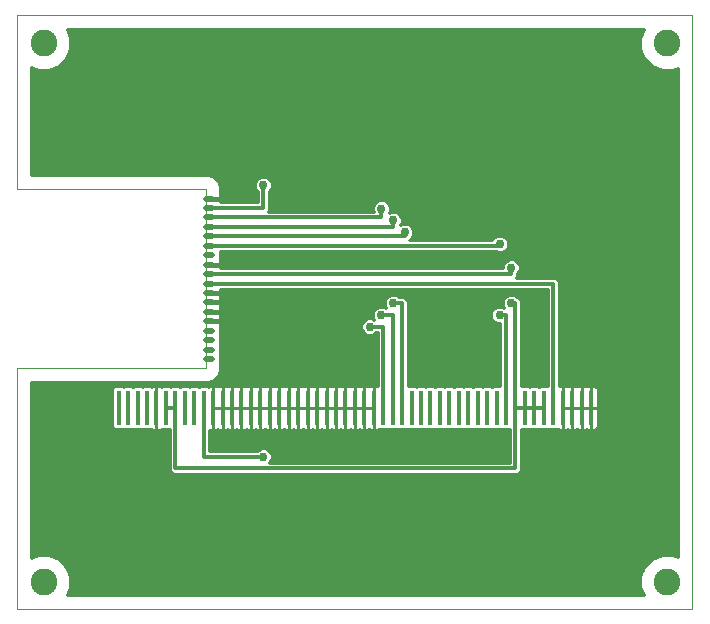
<source format=gtl>
G75*
%MOIN*%
%OFA0B0*%
%FSLAX25Y25*%
%IPPOS*%
%LPD*%
%AMOC8*
5,1,8,0,0,1.08239X$1,22.5*
%
%ADD10C,0.00300*%
%ADD11C,0.08908*%
%ADD12C,0.01981*%
%ADD13R,0.01575X0.11811*%
%ADD14C,0.01000*%
%ADD15C,0.02978*%
%ADD16C,0.01600*%
%ADD17C,0.01200*%
D10*
X0002189Y0001992D02*
X0002189Y0082209D01*
X0065083Y0082209D01*
X0065083Y0141854D01*
X0002189Y0141854D01*
X0002189Y0199925D01*
X0227189Y0199925D01*
X0227189Y0001992D01*
X0002189Y0001992D01*
D11*
X0010949Y0010949D03*
X0010949Y0190476D03*
X0218823Y0190476D03*
X0218823Y0010949D03*
D12*
X0067064Y0085161D02*
X0065083Y0085161D01*
X0065083Y0088311D02*
X0067064Y0088311D01*
X0067064Y0091461D02*
X0065083Y0091461D01*
X0065083Y0094610D02*
X0067064Y0094610D01*
X0067064Y0097760D02*
X0065083Y0097760D01*
X0065083Y0100909D02*
X0067064Y0100909D01*
X0067064Y0104059D02*
X0065083Y0104059D01*
X0065083Y0107209D02*
X0067064Y0107209D01*
X0067064Y0110358D02*
X0065083Y0110358D01*
X0065083Y0113508D02*
X0067064Y0113508D01*
X0067064Y0116657D02*
X0065083Y0116657D01*
X0065083Y0119807D02*
X0067064Y0119807D01*
X0067064Y0122957D02*
X0065083Y0122957D01*
X0065083Y0126106D02*
X0067064Y0126106D01*
X0067064Y0129256D02*
X0065083Y0129256D01*
X0065083Y0132406D02*
X0067064Y0132406D01*
X0067064Y0135555D02*
X0065083Y0135555D01*
X0065083Y0138705D02*
X0067064Y0138705D01*
D13*
X0067445Y0068941D03*
X0070594Y0068941D03*
X0073744Y0068941D03*
X0076894Y0068941D03*
X0080043Y0068941D03*
X0083193Y0068941D03*
X0086343Y0068941D03*
X0089492Y0068941D03*
X0092642Y0068941D03*
X0095791Y0068941D03*
X0098941Y0068941D03*
X0102091Y0068941D03*
X0105240Y0068941D03*
X0108390Y0068941D03*
X0111539Y0068941D03*
X0114689Y0068941D03*
X0117839Y0068941D03*
X0120988Y0068941D03*
X0124138Y0068941D03*
X0127287Y0068941D03*
X0130437Y0068941D03*
X0133587Y0068941D03*
X0136736Y0068941D03*
X0139886Y0068941D03*
X0143035Y0068941D03*
X0146185Y0068941D03*
X0149335Y0068941D03*
X0152484Y0068941D03*
X0155634Y0068941D03*
X0158783Y0068941D03*
X0161933Y0068941D03*
X0165083Y0068941D03*
X0168232Y0068941D03*
X0171382Y0068941D03*
X0174531Y0068941D03*
X0177681Y0068941D03*
X0180831Y0068941D03*
X0183980Y0068941D03*
X0187130Y0068941D03*
X0190280Y0068941D03*
X0193429Y0068941D03*
X0064295Y0068941D03*
X0061146Y0068941D03*
X0057996Y0068941D03*
X0054846Y0068941D03*
X0051697Y0068941D03*
X0048547Y0068941D03*
X0045398Y0068941D03*
X0042248Y0068941D03*
X0039098Y0068941D03*
X0035949Y0068941D03*
D14*
X0033861Y0069399D02*
X0006839Y0069399D01*
X0006839Y0070397D02*
X0033861Y0070397D01*
X0033861Y0071396D02*
X0006839Y0071396D01*
X0006839Y0072394D02*
X0033861Y0072394D01*
X0033861Y0073393D02*
X0006839Y0073393D01*
X0006839Y0074391D02*
X0033861Y0074391D01*
X0033861Y0075385D02*
X0033861Y0062497D01*
X0034623Y0061735D01*
X0037275Y0061735D01*
X0037524Y0061984D01*
X0037773Y0061735D01*
X0040424Y0061735D01*
X0040673Y0061984D01*
X0040922Y0061735D01*
X0043574Y0061735D01*
X0043823Y0061984D01*
X0044072Y0061735D01*
X0046724Y0061735D01*
X0046831Y0061843D01*
X0046839Y0061835D01*
X0047181Y0061638D01*
X0047562Y0061535D01*
X0048547Y0061535D01*
X0048547Y0068941D01*
X0048547Y0076346D01*
X0047562Y0076346D01*
X0047181Y0076244D01*
X0046839Y0076047D01*
X0046831Y0076039D01*
X0046724Y0076146D01*
X0044072Y0076146D01*
X0043823Y0075898D01*
X0043574Y0076146D01*
X0040922Y0076146D01*
X0040673Y0075898D01*
X0040424Y0076146D01*
X0037773Y0076146D01*
X0037524Y0075898D01*
X0037275Y0076146D01*
X0034623Y0076146D01*
X0033861Y0075385D01*
X0033866Y0075390D02*
X0006839Y0075390D01*
X0006839Y0076388D02*
X0122238Y0076388D01*
X0122238Y0076276D02*
X0121973Y0076346D01*
X0120988Y0076346D01*
X0120003Y0076346D01*
X0119622Y0076244D01*
X0119413Y0076124D01*
X0119205Y0076244D01*
X0118823Y0076346D01*
X0117839Y0076346D01*
X0117839Y0068941D01*
X0120988Y0068941D01*
X0120988Y0068941D01*
X0118701Y0068941D01*
X0117839Y0068941D01*
X0117839Y0068941D01*
X0117839Y0068941D01*
X0117839Y0061535D01*
X0118823Y0061535D01*
X0119205Y0061638D01*
X0119413Y0061758D01*
X0119622Y0061638D01*
X0120003Y0061535D01*
X0120988Y0061535D01*
X0120988Y0068941D01*
X0120988Y0076346D01*
X0120988Y0068941D01*
X0120988Y0068941D01*
X0120988Y0068941D01*
X0120988Y0061535D01*
X0121973Y0061535D01*
X0122355Y0061638D01*
X0122697Y0061835D01*
X0122704Y0061843D01*
X0122812Y0061735D01*
X0125464Y0061735D01*
X0125713Y0061984D01*
X0125962Y0061735D01*
X0128613Y0061735D01*
X0128862Y0061984D01*
X0129111Y0061735D01*
X0131763Y0061735D01*
X0132012Y0061984D01*
X0132261Y0061735D01*
X0134912Y0061735D01*
X0135161Y0061984D01*
X0135410Y0061735D01*
X0138062Y0061735D01*
X0138311Y0061984D01*
X0138560Y0061735D01*
X0141212Y0061735D01*
X0141461Y0061984D01*
X0141710Y0061735D01*
X0144361Y0061735D01*
X0144610Y0061984D01*
X0144859Y0061735D01*
X0147511Y0061735D01*
X0147760Y0061984D01*
X0148009Y0061735D01*
X0150661Y0061735D01*
X0150909Y0061984D01*
X0151158Y0061735D01*
X0153810Y0061735D01*
X0154059Y0061984D01*
X0154308Y0061735D01*
X0156960Y0061735D01*
X0157209Y0061984D01*
X0157458Y0061735D01*
X0160109Y0061735D01*
X0160358Y0061984D01*
X0160607Y0061735D01*
X0163259Y0061735D01*
X0163508Y0061984D01*
X0163757Y0061735D01*
X0166332Y0061735D01*
X0166332Y0050644D01*
X0086084Y0050644D01*
X0086542Y0051101D01*
X0086966Y0052126D01*
X0086966Y0053236D01*
X0086542Y0054261D01*
X0085757Y0055045D01*
X0084732Y0055470D01*
X0083622Y0055470D01*
X0082597Y0055045D01*
X0082133Y0054581D01*
X0066195Y0054581D01*
X0066195Y0061606D01*
X0066460Y0061535D01*
X0067445Y0061535D01*
X0068430Y0061535D01*
X0068811Y0061638D01*
X0069020Y0061758D01*
X0069228Y0061638D01*
X0069610Y0061535D01*
X0070594Y0061535D01*
X0070594Y0068941D01*
X0070594Y0068941D01*
X0067445Y0068941D01*
X0067445Y0068941D01*
X0067445Y0068941D01*
X0067445Y0076346D01*
X0068430Y0076346D01*
X0068811Y0076244D01*
X0069020Y0076124D01*
X0069228Y0076244D01*
X0069610Y0076346D01*
X0070594Y0076346D01*
X0070594Y0068941D01*
X0069732Y0068941D01*
X0067445Y0068941D01*
X0067445Y0061535D01*
X0067445Y0068941D01*
X0067445Y0068941D01*
X0067445Y0076346D01*
X0066460Y0076346D01*
X0066078Y0076244D01*
X0065736Y0076047D01*
X0065729Y0076039D01*
X0065621Y0076146D01*
X0062969Y0076146D01*
X0062720Y0075898D01*
X0062472Y0076146D01*
X0059820Y0076146D01*
X0059571Y0075898D01*
X0059322Y0076146D01*
X0056670Y0076146D01*
X0056421Y0075898D01*
X0056172Y0076146D01*
X0053521Y0076146D01*
X0053272Y0075898D01*
X0053023Y0076146D01*
X0050371Y0076146D01*
X0050263Y0076039D01*
X0050256Y0076047D01*
X0049914Y0076244D01*
X0049532Y0076346D01*
X0048547Y0076346D01*
X0048547Y0068941D01*
X0048547Y0068941D01*
X0048547Y0068941D01*
X0048547Y0061535D01*
X0049532Y0061535D01*
X0049914Y0061638D01*
X0050256Y0061835D01*
X0050263Y0061843D01*
X0050371Y0061735D01*
X0052946Y0061735D01*
X0052946Y0047957D01*
X0054059Y0046844D01*
X0169019Y0046844D01*
X0170132Y0047957D01*
X0170132Y0061735D01*
X0172708Y0061735D01*
X0172957Y0061984D01*
X0173206Y0061735D01*
X0175857Y0061735D01*
X0176106Y0061984D01*
X0176355Y0061735D01*
X0179007Y0061735D01*
X0179256Y0061984D01*
X0179505Y0061735D01*
X0182157Y0061735D01*
X0182264Y0061843D01*
X0182272Y0061835D01*
X0182614Y0061638D01*
X0182995Y0061535D01*
X0183980Y0061535D01*
X0183980Y0068941D01*
X0183980Y0076346D01*
X0182995Y0076346D01*
X0182731Y0076276D01*
X0182731Y0111145D01*
X0181618Y0112258D01*
X0168292Y0112258D01*
X0168754Y0112721D01*
X0168754Y0113629D01*
X0169219Y0114093D01*
X0169643Y0115118D01*
X0169643Y0116228D01*
X0169219Y0117253D01*
X0168434Y0118038D01*
X0167409Y0118462D01*
X0166300Y0118462D01*
X0165274Y0118038D01*
X0164490Y0117253D01*
X0164065Y0116228D01*
X0164065Y0115408D01*
X0069733Y0115408D01*
X0069733Y0121057D01*
X0161642Y0121057D01*
X0162363Y0120758D01*
X0163472Y0120758D01*
X0164497Y0121183D01*
X0165282Y0121967D01*
X0165706Y0122992D01*
X0165706Y0124102D01*
X0165282Y0125127D01*
X0164497Y0125912D01*
X0163472Y0126336D01*
X0162363Y0126336D01*
X0161337Y0125912D01*
X0160553Y0125127D01*
X0160441Y0124857D01*
X0132859Y0124857D01*
X0133321Y0125319D01*
X0133321Y0125440D01*
X0133786Y0125904D01*
X0134210Y0126929D01*
X0134210Y0128039D01*
X0133786Y0129064D01*
X0133001Y0129849D01*
X0131976Y0130273D01*
X0130866Y0130273D01*
X0129854Y0129854D01*
X0130273Y0130866D01*
X0130273Y0131976D01*
X0129849Y0133001D01*
X0129064Y0133786D01*
X0128039Y0134210D01*
X0126929Y0134210D01*
X0125917Y0133791D01*
X0126336Y0134803D01*
X0126336Y0135913D01*
X0125912Y0136938D01*
X0125127Y0137723D01*
X0124102Y0138147D01*
X0122992Y0138147D01*
X0121967Y0137723D01*
X0121183Y0136938D01*
X0120758Y0135913D01*
X0120758Y0134803D01*
X0120965Y0134305D01*
X0085615Y0134305D01*
X0086077Y0134768D01*
X0086077Y0141188D01*
X0086542Y0141652D01*
X0086966Y0142678D01*
X0086966Y0143787D01*
X0086542Y0144812D01*
X0085757Y0145597D01*
X0084732Y0146021D01*
X0083622Y0146021D01*
X0082597Y0145597D01*
X0081813Y0144812D01*
X0081388Y0143787D01*
X0081388Y0142678D01*
X0081813Y0141652D01*
X0082277Y0141188D01*
X0082277Y0137455D01*
X0069733Y0137455D01*
X0069733Y0142779D01*
X0069025Y0144488D01*
X0067717Y0145796D01*
X0066008Y0146504D01*
X0006839Y0146504D01*
X0006839Y0182487D01*
X0009168Y0181522D01*
X0012730Y0181522D01*
X0016021Y0182885D01*
X0018540Y0185404D01*
X0019903Y0188695D01*
X0019903Y0192257D01*
X0018653Y0195275D01*
X0211119Y0195275D01*
X0209869Y0192257D01*
X0209869Y0188695D01*
X0211232Y0185404D01*
X0213751Y0182885D01*
X0217042Y0181522D01*
X0220604Y0181522D01*
X0222539Y0182324D01*
X0222539Y0019101D01*
X0220604Y0019903D01*
X0217042Y0019903D01*
X0213751Y0018540D01*
X0211232Y0016021D01*
X0209869Y0012730D01*
X0209869Y0009168D01*
X0210915Y0006642D01*
X0018857Y0006642D01*
X0019903Y0009168D01*
X0019903Y0012730D01*
X0018540Y0016021D01*
X0016021Y0018540D01*
X0012730Y0019903D01*
X0009168Y0019903D01*
X0006839Y0018938D01*
X0006839Y0077559D01*
X0066008Y0077559D01*
X0067717Y0078267D01*
X0069025Y0079575D01*
X0069733Y0081284D01*
X0069733Y0108458D01*
X0178931Y0108458D01*
X0178931Y0076146D01*
X0176355Y0076146D01*
X0176106Y0075898D01*
X0175857Y0076146D01*
X0173206Y0076146D01*
X0172957Y0075898D01*
X0172708Y0076146D01*
X0170132Y0076146D01*
X0170132Y0104649D01*
X0169019Y0105762D01*
X0168899Y0105762D01*
X0168434Y0106227D01*
X0167409Y0106651D01*
X0166300Y0106651D01*
X0165274Y0106227D01*
X0164490Y0105442D01*
X0164065Y0104417D01*
X0164065Y0103307D01*
X0164485Y0102295D01*
X0163472Y0102714D01*
X0162363Y0102714D01*
X0161337Y0102290D01*
X0160553Y0101505D01*
X0160128Y0100480D01*
X0160128Y0099370D01*
X0160553Y0098345D01*
X0161337Y0097561D01*
X0162363Y0097136D01*
X0163183Y0097136D01*
X0163183Y0076146D01*
X0160607Y0076146D01*
X0160358Y0075898D01*
X0160109Y0076146D01*
X0157458Y0076146D01*
X0157209Y0075898D01*
X0156960Y0076146D01*
X0154308Y0076146D01*
X0154059Y0075898D01*
X0153810Y0076146D01*
X0151158Y0076146D01*
X0150909Y0075898D01*
X0150661Y0076146D01*
X0148009Y0076146D01*
X0147760Y0075898D01*
X0147511Y0076146D01*
X0144859Y0076146D01*
X0144610Y0075898D01*
X0144361Y0076146D01*
X0141710Y0076146D01*
X0141461Y0075898D01*
X0141212Y0076146D01*
X0138560Y0076146D01*
X0138311Y0075898D01*
X0138062Y0076146D01*
X0135410Y0076146D01*
X0135161Y0075898D01*
X0134912Y0076146D01*
X0132337Y0076146D01*
X0132337Y0104649D01*
X0131224Y0105762D01*
X0129528Y0105762D01*
X0129064Y0106227D01*
X0128039Y0106651D01*
X0126929Y0106651D01*
X0125904Y0106227D01*
X0125120Y0105442D01*
X0124695Y0104417D01*
X0124695Y0103307D01*
X0125115Y0102295D01*
X0124102Y0102714D01*
X0122992Y0102714D01*
X0121967Y0102290D01*
X0121183Y0101505D01*
X0120758Y0100480D01*
X0120758Y0099370D01*
X0121178Y0098358D01*
X0120165Y0098777D01*
X0119055Y0098777D01*
X0118030Y0098353D01*
X0117246Y0097568D01*
X0116821Y0096543D01*
X0116821Y0095433D01*
X0117246Y0094408D01*
X0118030Y0093624D01*
X0119055Y0093199D01*
X0120165Y0093199D01*
X0121190Y0093624D01*
X0121654Y0094088D01*
X0122238Y0094088D01*
X0122238Y0076276D01*
X0122238Y0077387D02*
X0006839Y0077387D01*
X0006839Y0068400D02*
X0033861Y0068400D01*
X0033861Y0067402D02*
X0006839Y0067402D01*
X0006839Y0066403D02*
X0033861Y0066403D01*
X0033861Y0065405D02*
X0006839Y0065405D01*
X0006839Y0064406D02*
X0033861Y0064406D01*
X0033861Y0063408D02*
X0006839Y0063408D01*
X0006839Y0062409D02*
X0033949Y0062409D01*
X0048547Y0062409D02*
X0048547Y0062409D01*
X0048547Y0063408D02*
X0048547Y0063408D01*
X0048547Y0064406D02*
X0048547Y0064406D01*
X0048547Y0065405D02*
X0048547Y0065405D01*
X0048547Y0066403D02*
X0048547Y0066403D01*
X0048547Y0067402D02*
X0048547Y0067402D01*
X0048547Y0068400D02*
X0048547Y0068400D01*
X0048547Y0069399D02*
X0048547Y0069399D01*
X0048547Y0070397D02*
X0048547Y0070397D01*
X0048547Y0071396D02*
X0048547Y0071396D01*
X0048547Y0072394D02*
X0048547Y0072394D01*
X0048547Y0073393D02*
X0048547Y0073393D01*
X0048547Y0074391D02*
X0048547Y0074391D01*
X0048547Y0075390D02*
X0048547Y0075390D01*
X0052946Y0061411D02*
X0006839Y0061411D01*
X0006839Y0060412D02*
X0052946Y0060412D01*
X0052946Y0059414D02*
X0006839Y0059414D01*
X0006839Y0058415D02*
X0052946Y0058415D01*
X0052946Y0057417D02*
X0006839Y0057417D01*
X0006839Y0056418D02*
X0052946Y0056418D01*
X0052946Y0055420D02*
X0006839Y0055420D01*
X0006839Y0054421D02*
X0052946Y0054421D01*
X0052946Y0053423D02*
X0006839Y0053423D01*
X0006839Y0052424D02*
X0052946Y0052424D01*
X0052946Y0051426D02*
X0006839Y0051426D01*
X0006839Y0050427D02*
X0052946Y0050427D01*
X0052946Y0049429D02*
X0006839Y0049429D01*
X0006839Y0048430D02*
X0052946Y0048430D01*
X0053472Y0047432D02*
X0006839Y0047432D01*
X0006839Y0046433D02*
X0222539Y0046433D01*
X0222539Y0045434D02*
X0006839Y0045434D01*
X0006839Y0044436D02*
X0222539Y0044436D01*
X0222539Y0043437D02*
X0006839Y0043437D01*
X0006839Y0042439D02*
X0222539Y0042439D01*
X0222539Y0041440D02*
X0006839Y0041440D01*
X0006839Y0040442D02*
X0222539Y0040442D01*
X0222539Y0039443D02*
X0006839Y0039443D01*
X0006839Y0038445D02*
X0222539Y0038445D01*
X0222539Y0037446D02*
X0006839Y0037446D01*
X0006839Y0036448D02*
X0222539Y0036448D01*
X0222539Y0035449D02*
X0006839Y0035449D01*
X0006839Y0034451D02*
X0222539Y0034451D01*
X0222539Y0033452D02*
X0006839Y0033452D01*
X0006839Y0032454D02*
X0222539Y0032454D01*
X0222539Y0031455D02*
X0006839Y0031455D01*
X0006839Y0030457D02*
X0222539Y0030457D01*
X0222539Y0029458D02*
X0006839Y0029458D01*
X0006839Y0028460D02*
X0222539Y0028460D01*
X0222539Y0027461D02*
X0006839Y0027461D01*
X0006839Y0026463D02*
X0222539Y0026463D01*
X0222539Y0025464D02*
X0006839Y0025464D01*
X0006839Y0024466D02*
X0222539Y0024466D01*
X0222539Y0023467D02*
X0006839Y0023467D01*
X0006839Y0022469D02*
X0222539Y0022469D01*
X0222539Y0021470D02*
X0006839Y0021470D01*
X0006839Y0020472D02*
X0222539Y0020472D01*
X0222539Y0019473D02*
X0221642Y0019473D01*
X0216004Y0019473D02*
X0013768Y0019473D01*
X0016086Y0018475D02*
X0213686Y0018475D01*
X0212687Y0017476D02*
X0017085Y0017476D01*
X0018083Y0016478D02*
X0211689Y0016478D01*
X0211007Y0015479D02*
X0018764Y0015479D01*
X0019178Y0014481D02*
X0210594Y0014481D01*
X0210180Y0013482D02*
X0019591Y0013482D01*
X0019903Y0012484D02*
X0209869Y0012484D01*
X0209869Y0011485D02*
X0019903Y0011485D01*
X0019903Y0010487D02*
X0209869Y0010487D01*
X0209869Y0009488D02*
X0019903Y0009488D01*
X0019622Y0008490D02*
X0210150Y0008490D01*
X0210563Y0007491D02*
X0019209Y0007491D01*
X0008130Y0019473D02*
X0006839Y0019473D01*
X0066195Y0055420D02*
X0083501Y0055420D01*
X0084854Y0055420D02*
X0166332Y0055420D01*
X0166332Y0056418D02*
X0066195Y0056418D01*
X0066195Y0057417D02*
X0166332Y0057417D01*
X0166332Y0058415D02*
X0066195Y0058415D01*
X0066195Y0059414D02*
X0166332Y0059414D01*
X0166332Y0060412D02*
X0066195Y0060412D01*
X0066195Y0061411D02*
X0166332Y0061411D01*
X0170132Y0061411D02*
X0222539Y0061411D01*
X0222539Y0062409D02*
X0195587Y0062409D01*
X0195614Y0062456D02*
X0195717Y0062838D01*
X0195717Y0068941D01*
X0195717Y0075044D01*
X0195614Y0075425D01*
X0195417Y0075767D01*
X0195138Y0076047D01*
X0194796Y0076244D01*
X0194414Y0076346D01*
X0193429Y0076346D01*
X0192444Y0076346D01*
X0192063Y0076244D01*
X0191854Y0076124D01*
X0191646Y0076244D01*
X0191264Y0076346D01*
X0190280Y0076346D01*
X0190280Y0068941D01*
X0193429Y0068941D01*
X0193429Y0068941D01*
X0193429Y0076346D01*
X0193429Y0068941D01*
X0193429Y0068941D01*
X0191142Y0068941D01*
X0190280Y0068941D01*
X0190280Y0068941D01*
X0190279Y0068941D01*
X0190279Y0068941D01*
X0187130Y0068941D01*
X0187130Y0068941D01*
X0187130Y0068941D01*
X0187130Y0076346D01*
X0188115Y0076346D01*
X0188496Y0076244D01*
X0188705Y0076124D01*
X0188913Y0076244D01*
X0189295Y0076346D01*
X0190279Y0076346D01*
X0190279Y0068941D01*
X0187992Y0068941D01*
X0187130Y0068941D01*
X0187130Y0076346D01*
X0186145Y0076346D01*
X0185764Y0076244D01*
X0185555Y0076124D01*
X0185347Y0076244D01*
X0184965Y0076346D01*
X0183980Y0076346D01*
X0183980Y0068941D01*
X0183980Y0068941D01*
X0183980Y0068941D01*
X0183980Y0061535D01*
X0184965Y0061535D01*
X0185347Y0061638D01*
X0185555Y0061758D01*
X0185764Y0061638D01*
X0186145Y0061535D01*
X0187130Y0061535D01*
X0188115Y0061535D01*
X0188496Y0061638D01*
X0188705Y0061758D01*
X0188913Y0061638D01*
X0189295Y0061535D01*
X0190279Y0061535D01*
X0190279Y0068941D01*
X0190280Y0068941D01*
X0190280Y0061535D01*
X0191264Y0061535D01*
X0191646Y0061638D01*
X0191854Y0061758D01*
X0192063Y0061638D01*
X0192444Y0061535D01*
X0193429Y0061535D01*
X0193429Y0068941D01*
X0193429Y0068941D01*
X0195717Y0068941D01*
X0193429Y0068941D01*
X0193429Y0068941D01*
X0193429Y0061535D01*
X0194414Y0061535D01*
X0194796Y0061638D01*
X0195138Y0061835D01*
X0195417Y0062114D01*
X0195614Y0062456D01*
X0195717Y0063408D02*
X0222539Y0063408D01*
X0222539Y0064406D02*
X0195717Y0064406D01*
X0195717Y0065405D02*
X0222539Y0065405D01*
X0222539Y0066403D02*
X0195717Y0066403D01*
X0195717Y0067402D02*
X0222539Y0067402D01*
X0222539Y0068400D02*
X0195717Y0068400D01*
X0195717Y0069399D02*
X0222539Y0069399D01*
X0222539Y0070397D02*
X0195717Y0070397D01*
X0195717Y0071396D02*
X0222539Y0071396D01*
X0222539Y0072394D02*
X0195717Y0072394D01*
X0195717Y0073393D02*
X0222539Y0073393D01*
X0222539Y0074391D02*
X0195717Y0074391D01*
X0195624Y0075390D02*
X0222539Y0075390D01*
X0222539Y0076388D02*
X0182731Y0076388D01*
X0182731Y0077387D02*
X0222539Y0077387D01*
X0222539Y0078385D02*
X0182731Y0078385D01*
X0182731Y0079384D02*
X0222539Y0079384D01*
X0222539Y0080382D02*
X0182731Y0080382D01*
X0182731Y0081381D02*
X0222539Y0081381D01*
X0222539Y0082379D02*
X0182731Y0082379D01*
X0182731Y0083378D02*
X0222539Y0083378D01*
X0222539Y0084376D02*
X0182731Y0084376D01*
X0182731Y0085375D02*
X0222539Y0085375D01*
X0222539Y0086373D02*
X0182731Y0086373D01*
X0182731Y0087372D02*
X0222539Y0087372D01*
X0222539Y0088370D02*
X0182731Y0088370D01*
X0182731Y0089369D02*
X0222539Y0089369D01*
X0222539Y0090368D02*
X0182731Y0090368D01*
X0182731Y0091366D02*
X0222539Y0091366D01*
X0222539Y0092365D02*
X0182731Y0092365D01*
X0182731Y0093363D02*
X0222539Y0093363D01*
X0222539Y0094362D02*
X0182731Y0094362D01*
X0182731Y0095360D02*
X0222539Y0095360D01*
X0222539Y0096359D02*
X0182731Y0096359D01*
X0182731Y0097357D02*
X0222539Y0097357D01*
X0222539Y0098356D02*
X0182731Y0098356D01*
X0182731Y0099354D02*
X0222539Y0099354D01*
X0222539Y0100353D02*
X0182731Y0100353D01*
X0182731Y0101351D02*
X0222539Y0101351D01*
X0222539Y0102350D02*
X0182731Y0102350D01*
X0182731Y0103348D02*
X0222539Y0103348D01*
X0222539Y0104347D02*
X0182731Y0104347D01*
X0182731Y0105345D02*
X0222539Y0105345D01*
X0222539Y0106344D02*
X0182731Y0106344D01*
X0182731Y0107342D02*
X0222539Y0107342D01*
X0222539Y0108341D02*
X0182731Y0108341D01*
X0182731Y0109339D02*
X0222539Y0109339D01*
X0222539Y0110338D02*
X0182731Y0110338D01*
X0182540Y0111336D02*
X0222539Y0111336D01*
X0222539Y0112335D02*
X0168368Y0112335D01*
X0168754Y0113333D02*
X0222539Y0113333D01*
X0222539Y0114332D02*
X0169317Y0114332D01*
X0169643Y0115330D02*
X0222539Y0115330D01*
X0222539Y0116329D02*
X0169602Y0116329D01*
X0169144Y0117327D02*
X0222539Y0117327D01*
X0222539Y0118326D02*
X0167738Y0118326D01*
X0165970Y0118326D02*
X0069733Y0118326D01*
X0069733Y0119324D02*
X0222539Y0119324D01*
X0222539Y0120323D02*
X0069733Y0120323D01*
X0069733Y0117327D02*
X0164564Y0117327D01*
X0164107Y0116329D02*
X0069733Y0116329D01*
X0069733Y0108341D02*
X0178931Y0108341D01*
X0178931Y0107342D02*
X0069733Y0107342D01*
X0069733Y0106344D02*
X0126187Y0106344D01*
X0125080Y0105345D02*
X0069733Y0105345D01*
X0069733Y0104347D02*
X0124695Y0104347D01*
X0124695Y0103348D02*
X0069733Y0103348D01*
X0069733Y0102350D02*
X0122112Y0102350D01*
X0121119Y0101351D02*
X0069733Y0101351D01*
X0069733Y0100353D02*
X0120758Y0100353D01*
X0120765Y0099354D02*
X0069733Y0099354D01*
X0069733Y0098356D02*
X0118038Y0098356D01*
X0117158Y0097357D02*
X0069733Y0097357D01*
X0069733Y0096359D02*
X0116821Y0096359D01*
X0116852Y0095360D02*
X0069733Y0095360D01*
X0069733Y0094362D02*
X0117293Y0094362D01*
X0118660Y0093363D02*
X0069733Y0093363D01*
X0069733Y0092365D02*
X0122238Y0092365D01*
X0122238Y0093363D02*
X0120561Y0093363D01*
X0122238Y0091366D02*
X0069733Y0091366D01*
X0069733Y0090368D02*
X0122238Y0090368D01*
X0122238Y0089369D02*
X0069733Y0089369D01*
X0069733Y0088370D02*
X0122238Y0088370D01*
X0122238Y0087372D02*
X0069733Y0087372D01*
X0069733Y0086373D02*
X0122238Y0086373D01*
X0122238Y0085375D02*
X0069733Y0085375D01*
X0069733Y0084376D02*
X0122238Y0084376D01*
X0122238Y0083378D02*
X0069733Y0083378D01*
X0069733Y0082379D02*
X0122238Y0082379D01*
X0122238Y0081381D02*
X0069733Y0081381D01*
X0069359Y0080382D02*
X0122238Y0080382D01*
X0122238Y0079384D02*
X0068834Y0079384D01*
X0067835Y0078385D02*
X0122238Y0078385D01*
X0120988Y0075390D02*
X0120988Y0075390D01*
X0120988Y0074391D02*
X0120988Y0074391D01*
X0120988Y0073393D02*
X0120988Y0073393D01*
X0120988Y0072394D02*
X0120988Y0072394D01*
X0120988Y0071396D02*
X0120988Y0071396D01*
X0120988Y0070397D02*
X0120988Y0070397D01*
X0120988Y0069399D02*
X0120988Y0069399D01*
X0120988Y0068400D02*
X0120988Y0068400D01*
X0120988Y0067402D02*
X0120988Y0067402D01*
X0120988Y0066403D02*
X0120988Y0066403D01*
X0120988Y0065405D02*
X0120988Y0065405D01*
X0120988Y0064406D02*
X0120988Y0064406D01*
X0120988Y0063408D02*
X0120988Y0063408D01*
X0120988Y0062409D02*
X0120988Y0062409D01*
X0117839Y0062409D02*
X0117839Y0062409D01*
X0117839Y0061535D02*
X0117839Y0068941D01*
X0117839Y0068941D01*
X0117839Y0076346D01*
X0116854Y0076346D01*
X0116472Y0076244D01*
X0116264Y0076124D01*
X0116055Y0076244D01*
X0115674Y0076346D01*
X0114689Y0076346D01*
X0114689Y0068941D01*
X0114689Y0068941D01*
X0117838Y0068941D01*
X0117838Y0068941D01*
X0115551Y0068941D01*
X0114689Y0068941D01*
X0114689Y0068941D01*
X0114689Y0076346D01*
X0113704Y0076346D01*
X0113323Y0076244D01*
X0113114Y0076124D01*
X0112906Y0076244D01*
X0112524Y0076346D01*
X0111539Y0076346D01*
X0110554Y0076346D01*
X0110173Y0076244D01*
X0109965Y0076124D01*
X0109756Y0076244D01*
X0109375Y0076346D01*
X0108390Y0076346D01*
X0108390Y0068941D01*
X0111539Y0068941D01*
X0111539Y0068941D01*
X0109252Y0068941D01*
X0108390Y0068941D01*
X0108390Y0068941D01*
X0108390Y0068941D01*
X0108390Y0061535D01*
X0109375Y0061535D01*
X0109756Y0061638D01*
X0109965Y0061758D01*
X0110173Y0061638D01*
X0110554Y0061535D01*
X0111539Y0061535D01*
X0111539Y0068941D01*
X0111539Y0076346D01*
X0111539Y0068941D01*
X0111539Y0068941D01*
X0111539Y0068941D01*
X0111539Y0061535D01*
X0112524Y0061535D01*
X0112906Y0061638D01*
X0113114Y0061758D01*
X0113323Y0061638D01*
X0113704Y0061535D01*
X0114689Y0061535D01*
X0115674Y0061535D01*
X0116055Y0061638D01*
X0116264Y0061758D01*
X0116472Y0061638D01*
X0116854Y0061535D01*
X0117839Y0061535D01*
X0117839Y0063408D02*
X0117839Y0063408D01*
X0117839Y0064406D02*
X0117839Y0064406D01*
X0117839Y0065405D02*
X0117839Y0065405D01*
X0117839Y0066403D02*
X0117839Y0066403D01*
X0117839Y0067402D02*
X0117839Y0067402D01*
X0117839Y0068400D02*
X0117839Y0068400D01*
X0117839Y0069399D02*
X0117839Y0069399D01*
X0117839Y0070397D02*
X0117839Y0070397D01*
X0117839Y0071396D02*
X0117839Y0071396D01*
X0117839Y0072394D02*
X0117839Y0072394D01*
X0117839Y0073393D02*
X0117839Y0073393D01*
X0117839Y0074391D02*
X0117839Y0074391D01*
X0117839Y0075390D02*
X0117839Y0075390D01*
X0114689Y0075390D02*
X0114689Y0075390D01*
X0114689Y0074391D02*
X0114689Y0074391D01*
X0114689Y0073393D02*
X0114689Y0073393D01*
X0114689Y0072394D02*
X0114689Y0072394D01*
X0114689Y0071396D02*
X0114689Y0071396D01*
X0114689Y0070397D02*
X0114689Y0070397D01*
X0114689Y0069399D02*
X0114689Y0069399D01*
X0114689Y0068941D02*
X0111539Y0068941D01*
X0111539Y0068941D01*
X0113827Y0068941D01*
X0114689Y0068941D01*
X0114689Y0068941D01*
X0114689Y0061535D01*
X0114689Y0068941D01*
X0114689Y0068941D01*
X0114689Y0068400D02*
X0114689Y0068400D01*
X0114689Y0067402D02*
X0114689Y0067402D01*
X0114689Y0066403D02*
X0114689Y0066403D01*
X0114689Y0065405D02*
X0114689Y0065405D01*
X0114689Y0064406D02*
X0114689Y0064406D01*
X0114689Y0063408D02*
X0114689Y0063408D01*
X0114689Y0062409D02*
X0114689Y0062409D01*
X0111539Y0062409D02*
X0111539Y0062409D01*
X0111539Y0063408D02*
X0111539Y0063408D01*
X0111539Y0064406D02*
X0111539Y0064406D01*
X0111539Y0065405D02*
X0111539Y0065405D01*
X0111539Y0066403D02*
X0111539Y0066403D01*
X0111539Y0067402D02*
X0111539Y0067402D01*
X0111539Y0068400D02*
X0111539Y0068400D01*
X0111539Y0069399D02*
X0111539Y0069399D01*
X0111539Y0070397D02*
X0111539Y0070397D01*
X0111539Y0071396D02*
X0111539Y0071396D01*
X0111539Y0072394D02*
X0111539Y0072394D01*
X0111539Y0073393D02*
X0111539Y0073393D01*
X0111539Y0074391D02*
X0111539Y0074391D01*
X0111539Y0075390D02*
X0111539Y0075390D01*
X0108390Y0075390D02*
X0108390Y0075390D01*
X0108390Y0076346D02*
X0107405Y0076346D01*
X0107023Y0076244D01*
X0106815Y0076124D01*
X0106607Y0076244D01*
X0106225Y0076346D01*
X0105240Y0076346D01*
X0104255Y0076346D01*
X0103874Y0076244D01*
X0103665Y0076124D01*
X0103457Y0076244D01*
X0103075Y0076346D01*
X0102091Y0076346D01*
X0102091Y0068941D01*
X0105240Y0068941D01*
X0105240Y0068941D01*
X0105240Y0076346D01*
X0105240Y0068941D01*
X0105240Y0068941D01*
X0102953Y0068941D01*
X0102091Y0068941D01*
X0102091Y0068941D01*
X0102090Y0068941D01*
X0102090Y0068941D01*
X0098941Y0068941D01*
X0098941Y0068941D01*
X0098941Y0068941D01*
X0098941Y0076346D01*
X0099926Y0076346D01*
X0100307Y0076244D01*
X0100516Y0076124D01*
X0100724Y0076244D01*
X0101106Y0076346D01*
X0102090Y0076346D01*
X0102090Y0068941D01*
X0099803Y0068941D01*
X0098941Y0068941D01*
X0098941Y0076346D01*
X0097956Y0076346D01*
X0097575Y0076244D01*
X0097366Y0076124D01*
X0097158Y0076244D01*
X0096776Y0076346D01*
X0095791Y0076346D01*
X0094806Y0076346D01*
X0094425Y0076244D01*
X0094217Y0076124D01*
X0094008Y0076244D01*
X0093627Y0076346D01*
X0092642Y0076346D01*
X0092642Y0068941D01*
X0095791Y0068941D01*
X0095791Y0068941D01*
X0093504Y0068941D01*
X0092642Y0068941D01*
X0092642Y0068941D01*
X0092642Y0068941D01*
X0092642Y0061535D01*
X0093627Y0061535D01*
X0094008Y0061638D01*
X0094217Y0061758D01*
X0094425Y0061638D01*
X0094806Y0061535D01*
X0095791Y0061535D01*
X0095791Y0068941D01*
X0095791Y0076346D01*
X0095791Y0068941D01*
X0095791Y0068941D01*
X0095791Y0068941D01*
X0095791Y0061535D01*
X0096776Y0061535D01*
X0097158Y0061638D01*
X0097366Y0061758D01*
X0097575Y0061638D01*
X0097956Y0061535D01*
X0098941Y0061535D01*
X0099926Y0061535D01*
X0100307Y0061638D01*
X0100516Y0061758D01*
X0100724Y0061638D01*
X0101106Y0061535D01*
X0102090Y0061535D01*
X0102090Y0068941D01*
X0102091Y0068941D01*
X0102091Y0061535D01*
X0103075Y0061535D01*
X0103457Y0061638D01*
X0103665Y0061758D01*
X0103874Y0061638D01*
X0104255Y0061535D01*
X0105240Y0061535D01*
X0105240Y0068941D01*
X0105240Y0068941D01*
X0105240Y0061535D01*
X0106225Y0061535D01*
X0106607Y0061638D01*
X0106815Y0061758D01*
X0107023Y0061638D01*
X0107405Y0061535D01*
X0108390Y0061535D01*
X0108390Y0068941D01*
X0108390Y0068941D01*
X0108390Y0076346D01*
X0108390Y0074391D02*
X0108390Y0074391D01*
X0108390Y0073393D02*
X0108390Y0073393D01*
X0108390Y0072394D02*
X0108390Y0072394D01*
X0108390Y0071396D02*
X0108390Y0071396D01*
X0108390Y0070397D02*
X0108390Y0070397D01*
X0108390Y0069399D02*
X0108390Y0069399D01*
X0108390Y0068941D02*
X0105240Y0068941D01*
X0105240Y0068941D01*
X0106102Y0068941D01*
X0108390Y0068941D01*
X0108390Y0068941D01*
X0108390Y0068400D02*
X0108390Y0068400D01*
X0108390Y0067402D02*
X0108390Y0067402D01*
X0108390Y0066403D02*
X0108390Y0066403D01*
X0108390Y0065405D02*
X0108390Y0065405D01*
X0108390Y0064406D02*
X0108390Y0064406D01*
X0108390Y0063408D02*
X0108390Y0063408D01*
X0108390Y0062409D02*
X0108390Y0062409D01*
X0105240Y0062409D02*
X0105240Y0062409D01*
X0105240Y0063408D02*
X0105240Y0063408D01*
X0105240Y0064406D02*
X0105240Y0064406D01*
X0105240Y0065405D02*
X0105240Y0065405D01*
X0105240Y0066403D02*
X0105240Y0066403D01*
X0105240Y0067402D02*
X0105240Y0067402D01*
X0105240Y0068400D02*
X0105240Y0068400D01*
X0105240Y0069399D02*
X0105240Y0069399D01*
X0105240Y0070397D02*
X0105240Y0070397D01*
X0105240Y0071396D02*
X0105240Y0071396D01*
X0105240Y0072394D02*
X0105240Y0072394D01*
X0105240Y0073393D02*
X0105240Y0073393D01*
X0105240Y0074391D02*
X0105240Y0074391D01*
X0105240Y0075390D02*
X0105240Y0075390D01*
X0102091Y0075390D02*
X0102090Y0075390D01*
X0102090Y0074391D02*
X0102091Y0074391D01*
X0102090Y0073393D02*
X0102091Y0073393D01*
X0102090Y0072394D02*
X0102091Y0072394D01*
X0102090Y0071396D02*
X0102091Y0071396D01*
X0102090Y0070397D02*
X0102091Y0070397D01*
X0102090Y0069399D02*
X0102091Y0069399D01*
X0102090Y0068400D02*
X0102091Y0068400D01*
X0102090Y0067402D02*
X0102091Y0067402D01*
X0102090Y0066403D02*
X0102091Y0066403D01*
X0102090Y0065405D02*
X0102091Y0065405D01*
X0102090Y0064406D02*
X0102091Y0064406D01*
X0102090Y0063408D02*
X0102091Y0063408D01*
X0102090Y0062409D02*
X0102091Y0062409D01*
X0098941Y0062409D02*
X0098941Y0062409D01*
X0098941Y0061535D02*
X0098941Y0068941D01*
X0098941Y0068941D01*
X0095791Y0068941D01*
X0095791Y0068941D01*
X0096654Y0068941D01*
X0098941Y0068941D01*
X0098941Y0061535D01*
X0098941Y0063408D02*
X0098941Y0063408D01*
X0098941Y0064406D02*
X0098941Y0064406D01*
X0098941Y0065405D02*
X0098941Y0065405D01*
X0098941Y0066403D02*
X0098941Y0066403D01*
X0098941Y0067402D02*
X0098941Y0067402D01*
X0098941Y0068400D02*
X0098941Y0068400D01*
X0098941Y0068941D02*
X0098941Y0068941D01*
X0098941Y0069399D02*
X0098941Y0069399D01*
X0098941Y0070397D02*
X0098941Y0070397D01*
X0098941Y0071396D02*
X0098941Y0071396D01*
X0098941Y0072394D02*
X0098941Y0072394D01*
X0098941Y0073393D02*
X0098941Y0073393D01*
X0098941Y0074391D02*
X0098941Y0074391D01*
X0098941Y0075390D02*
X0098941Y0075390D01*
X0095791Y0075390D02*
X0095791Y0075390D01*
X0095791Y0074391D02*
X0095791Y0074391D01*
X0095791Y0073393D02*
X0095791Y0073393D01*
X0095791Y0072394D02*
X0095791Y0072394D01*
X0095791Y0071396D02*
X0095791Y0071396D01*
X0095791Y0070397D02*
X0095791Y0070397D01*
X0095791Y0069399D02*
X0095791Y0069399D01*
X0095791Y0068400D02*
X0095791Y0068400D01*
X0095791Y0067402D02*
X0095791Y0067402D01*
X0095791Y0066403D02*
X0095791Y0066403D01*
X0095791Y0065405D02*
X0095791Y0065405D01*
X0095791Y0064406D02*
X0095791Y0064406D01*
X0095791Y0063408D02*
X0095791Y0063408D01*
X0095791Y0062409D02*
X0095791Y0062409D01*
X0092642Y0062409D02*
X0092642Y0062409D01*
X0092642Y0061535D02*
X0092642Y0068941D01*
X0092642Y0068941D01*
X0092642Y0076346D01*
X0091657Y0076346D01*
X0091275Y0076244D01*
X0091067Y0076124D01*
X0090859Y0076244D01*
X0090477Y0076346D01*
X0089492Y0076346D01*
X0088507Y0076346D01*
X0088126Y0076244D01*
X0087917Y0076124D01*
X0087709Y0076244D01*
X0087327Y0076346D01*
X0086343Y0076346D01*
X0086343Y0068941D01*
X0089492Y0068941D01*
X0089492Y0068941D01*
X0089492Y0076346D01*
X0089492Y0068941D01*
X0089492Y0068941D01*
X0087205Y0068941D01*
X0086343Y0068941D01*
X0086343Y0068941D01*
X0086342Y0068941D01*
X0086342Y0068941D01*
X0083193Y0068941D01*
X0083193Y0068941D01*
X0083193Y0068941D01*
X0083193Y0076346D01*
X0084178Y0076346D01*
X0084559Y0076244D01*
X0084768Y0076124D01*
X0084976Y0076244D01*
X0085358Y0076346D01*
X0086342Y0076346D01*
X0086342Y0068941D01*
X0084055Y0068941D01*
X0083193Y0068941D01*
X0083193Y0076346D01*
X0082208Y0076346D01*
X0081827Y0076244D01*
X0081618Y0076124D01*
X0081410Y0076244D01*
X0081028Y0076346D01*
X0080043Y0076346D01*
X0079058Y0076346D01*
X0078677Y0076244D01*
X0078468Y0076124D01*
X0078260Y0076244D01*
X0077879Y0076346D01*
X0076894Y0076346D01*
X0076894Y0068941D01*
X0080043Y0068941D01*
X0080043Y0068941D01*
X0077756Y0068941D01*
X0076894Y0068941D01*
X0076894Y0068941D01*
X0076894Y0068941D01*
X0076894Y0061535D01*
X0077879Y0061535D01*
X0078260Y0061638D01*
X0078468Y0061758D01*
X0078677Y0061638D01*
X0079058Y0061535D01*
X0080043Y0061535D01*
X0080043Y0068941D01*
X0080043Y0076346D01*
X0080043Y0068941D01*
X0080043Y0068941D01*
X0080043Y0068941D01*
X0080043Y0061535D01*
X0081028Y0061535D01*
X0081410Y0061638D01*
X0081618Y0061758D01*
X0081827Y0061638D01*
X0082208Y0061535D01*
X0083193Y0061535D01*
X0084178Y0061535D01*
X0084559Y0061638D01*
X0084768Y0061758D01*
X0084976Y0061638D01*
X0085358Y0061535D01*
X0086342Y0061535D01*
X0086342Y0068941D01*
X0086343Y0068941D01*
X0086343Y0061535D01*
X0087327Y0061535D01*
X0087709Y0061638D01*
X0087917Y0061758D01*
X0088126Y0061638D01*
X0088507Y0061535D01*
X0089492Y0061535D01*
X0089492Y0068941D01*
X0089492Y0068941D01*
X0092642Y0068941D01*
X0092642Y0068941D01*
X0091780Y0068941D01*
X0089492Y0068941D01*
X0089492Y0068941D01*
X0089492Y0061535D01*
X0090477Y0061535D01*
X0090859Y0061638D01*
X0091067Y0061758D01*
X0091275Y0061638D01*
X0091657Y0061535D01*
X0092642Y0061535D01*
X0092642Y0063408D02*
X0092642Y0063408D01*
X0092642Y0064406D02*
X0092642Y0064406D01*
X0092642Y0065405D02*
X0092642Y0065405D01*
X0092642Y0066403D02*
X0092642Y0066403D01*
X0092642Y0067402D02*
X0092642Y0067402D01*
X0092642Y0068400D02*
X0092642Y0068400D01*
X0092642Y0069399D02*
X0092642Y0069399D01*
X0092642Y0070397D02*
X0092642Y0070397D01*
X0092642Y0071396D02*
X0092642Y0071396D01*
X0092642Y0072394D02*
X0092642Y0072394D01*
X0092642Y0073393D02*
X0092642Y0073393D01*
X0092642Y0074391D02*
X0092642Y0074391D01*
X0092642Y0075390D02*
X0092642Y0075390D01*
X0089492Y0075390D02*
X0089492Y0075390D01*
X0089492Y0074391D02*
X0089492Y0074391D01*
X0089492Y0073393D02*
X0089492Y0073393D01*
X0089492Y0072394D02*
X0089492Y0072394D01*
X0089492Y0071396D02*
X0089492Y0071396D01*
X0089492Y0070397D02*
X0089492Y0070397D01*
X0089492Y0069399D02*
X0089492Y0069399D01*
X0089492Y0068400D02*
X0089492Y0068400D01*
X0089492Y0067402D02*
X0089492Y0067402D01*
X0089492Y0066403D02*
X0089492Y0066403D01*
X0089492Y0065405D02*
X0089492Y0065405D01*
X0089492Y0064406D02*
X0089492Y0064406D01*
X0089492Y0063408D02*
X0089492Y0063408D01*
X0089492Y0062409D02*
X0089492Y0062409D01*
X0086343Y0062409D02*
X0086342Y0062409D01*
X0086342Y0063408D02*
X0086343Y0063408D01*
X0086342Y0064406D02*
X0086343Y0064406D01*
X0086342Y0065405D02*
X0086343Y0065405D01*
X0086342Y0066403D02*
X0086343Y0066403D01*
X0086342Y0067402D02*
X0086343Y0067402D01*
X0086342Y0068400D02*
X0086343Y0068400D01*
X0086342Y0069399D02*
X0086343Y0069399D01*
X0086342Y0070397D02*
X0086343Y0070397D01*
X0086342Y0071396D02*
X0086343Y0071396D01*
X0086342Y0072394D02*
X0086343Y0072394D01*
X0086342Y0073393D02*
X0086343Y0073393D01*
X0086342Y0074391D02*
X0086343Y0074391D01*
X0086342Y0075390D02*
X0086343Y0075390D01*
X0083193Y0075390D02*
X0083193Y0075390D01*
X0083193Y0074391D02*
X0083193Y0074391D01*
X0083193Y0073393D02*
X0083193Y0073393D01*
X0083193Y0072394D02*
X0083193Y0072394D01*
X0083193Y0071396D02*
X0083193Y0071396D01*
X0083193Y0070397D02*
X0083193Y0070397D01*
X0083193Y0069399D02*
X0083193Y0069399D01*
X0083193Y0068941D02*
X0080043Y0068941D01*
X0080043Y0068941D01*
X0080906Y0068941D01*
X0083193Y0068941D01*
X0083193Y0061535D01*
X0083193Y0068941D01*
X0083193Y0068941D01*
X0083193Y0068941D01*
X0083193Y0068400D02*
X0083193Y0068400D01*
X0083193Y0067402D02*
X0083193Y0067402D01*
X0083193Y0066403D02*
X0083193Y0066403D01*
X0083193Y0065405D02*
X0083193Y0065405D01*
X0083193Y0064406D02*
X0083193Y0064406D01*
X0083193Y0063408D02*
X0083193Y0063408D01*
X0083193Y0062409D02*
X0083193Y0062409D01*
X0080043Y0062409D02*
X0080043Y0062409D01*
X0080043Y0063408D02*
X0080043Y0063408D01*
X0080043Y0064406D02*
X0080043Y0064406D01*
X0080043Y0065405D02*
X0080043Y0065405D01*
X0080043Y0066403D02*
X0080043Y0066403D01*
X0080043Y0067402D02*
X0080043Y0067402D01*
X0080043Y0068400D02*
X0080043Y0068400D01*
X0080043Y0069399D02*
X0080043Y0069399D01*
X0080043Y0070397D02*
X0080043Y0070397D01*
X0080043Y0071396D02*
X0080043Y0071396D01*
X0080043Y0072394D02*
X0080043Y0072394D01*
X0080043Y0073393D02*
X0080043Y0073393D01*
X0080043Y0074391D02*
X0080043Y0074391D01*
X0080043Y0075390D02*
X0080043Y0075390D01*
X0076894Y0075390D02*
X0076894Y0075390D01*
X0076894Y0076346D02*
X0075909Y0076346D01*
X0075527Y0076244D01*
X0075319Y0076124D01*
X0075110Y0076244D01*
X0074729Y0076346D01*
X0073744Y0076346D01*
X0072759Y0076346D01*
X0072378Y0076244D01*
X0072169Y0076124D01*
X0071961Y0076244D01*
X0071579Y0076346D01*
X0070595Y0076346D01*
X0070595Y0068941D01*
X0073744Y0068941D01*
X0073744Y0068941D01*
X0073744Y0076346D01*
X0073744Y0068941D01*
X0073744Y0068941D01*
X0071457Y0068941D01*
X0070595Y0068941D01*
X0070595Y0068941D01*
X0070594Y0068941D01*
X0070595Y0068941D01*
X0070595Y0061535D01*
X0071579Y0061535D01*
X0071961Y0061638D01*
X0072169Y0061758D01*
X0072378Y0061638D01*
X0072759Y0061535D01*
X0073744Y0061535D01*
X0073744Y0068941D01*
X0073744Y0068941D01*
X0076894Y0068941D01*
X0076894Y0068941D01*
X0076894Y0076346D01*
X0076894Y0074391D02*
X0076894Y0074391D01*
X0076894Y0073393D02*
X0076894Y0073393D01*
X0076894Y0072394D02*
X0076894Y0072394D01*
X0076894Y0071396D02*
X0076894Y0071396D01*
X0076894Y0070397D02*
X0076894Y0070397D01*
X0076894Y0069399D02*
X0076894Y0069399D01*
X0076894Y0068941D02*
X0076894Y0068941D01*
X0076894Y0061535D01*
X0075909Y0061535D01*
X0075527Y0061638D01*
X0075319Y0061758D01*
X0075110Y0061638D01*
X0074729Y0061535D01*
X0073744Y0061535D01*
X0073744Y0068941D01*
X0073744Y0068941D01*
X0074606Y0068941D01*
X0076894Y0068941D01*
X0076894Y0068400D02*
X0076894Y0068400D01*
X0076894Y0067402D02*
X0076894Y0067402D01*
X0076894Y0066403D02*
X0076894Y0066403D01*
X0076894Y0065405D02*
X0076894Y0065405D01*
X0076894Y0064406D02*
X0076894Y0064406D01*
X0076894Y0063408D02*
X0076894Y0063408D01*
X0076894Y0062409D02*
X0076894Y0062409D01*
X0073744Y0062409D02*
X0073744Y0062409D01*
X0073744Y0063408D02*
X0073744Y0063408D01*
X0073744Y0064406D02*
X0073744Y0064406D01*
X0073744Y0065405D02*
X0073744Y0065405D01*
X0073744Y0066403D02*
X0073744Y0066403D01*
X0073744Y0067402D02*
X0073744Y0067402D01*
X0073744Y0068400D02*
X0073744Y0068400D01*
X0073744Y0069399D02*
X0073744Y0069399D01*
X0073744Y0070397D02*
X0073744Y0070397D01*
X0073744Y0071396D02*
X0073744Y0071396D01*
X0073744Y0072394D02*
X0073744Y0072394D01*
X0073744Y0073393D02*
X0073744Y0073393D01*
X0073744Y0074391D02*
X0073744Y0074391D01*
X0073744Y0075390D02*
X0073744Y0075390D01*
X0070595Y0075390D02*
X0070594Y0075390D01*
X0070594Y0074391D02*
X0070595Y0074391D01*
X0070594Y0073393D02*
X0070595Y0073393D01*
X0070594Y0072394D02*
X0070595Y0072394D01*
X0070594Y0071396D02*
X0070595Y0071396D01*
X0070594Y0070397D02*
X0070595Y0070397D01*
X0070594Y0069399D02*
X0070595Y0069399D01*
X0070594Y0068400D02*
X0070595Y0068400D01*
X0070594Y0067402D02*
X0070595Y0067402D01*
X0070594Y0066403D02*
X0070595Y0066403D01*
X0070594Y0065405D02*
X0070595Y0065405D01*
X0070594Y0064406D02*
X0070595Y0064406D01*
X0070594Y0063408D02*
X0070595Y0063408D01*
X0070594Y0062409D02*
X0070595Y0062409D01*
X0067445Y0062409D02*
X0067445Y0062409D01*
X0067445Y0063408D02*
X0067445Y0063408D01*
X0067445Y0064406D02*
X0067445Y0064406D01*
X0067445Y0065405D02*
X0067445Y0065405D01*
X0067445Y0066403D02*
X0067445Y0066403D01*
X0067445Y0067402D02*
X0067445Y0067402D01*
X0067445Y0068400D02*
X0067445Y0068400D01*
X0067445Y0069399D02*
X0067445Y0069399D01*
X0067445Y0070397D02*
X0067445Y0070397D01*
X0067445Y0071396D02*
X0067445Y0071396D01*
X0067445Y0072394D02*
X0067445Y0072394D01*
X0067445Y0073393D02*
X0067445Y0073393D01*
X0067445Y0074391D02*
X0067445Y0074391D01*
X0067445Y0075390D02*
X0067445Y0075390D01*
X0086381Y0054421D02*
X0166332Y0054421D01*
X0166332Y0053423D02*
X0086889Y0053423D01*
X0086966Y0052424D02*
X0166332Y0052424D01*
X0166332Y0051426D02*
X0086676Y0051426D01*
X0132337Y0076388D02*
X0163183Y0076388D01*
X0163183Y0077387D02*
X0132337Y0077387D01*
X0132337Y0078385D02*
X0163183Y0078385D01*
X0163183Y0079384D02*
X0132337Y0079384D01*
X0132337Y0080382D02*
X0163183Y0080382D01*
X0163183Y0081381D02*
X0132337Y0081381D01*
X0132337Y0082379D02*
X0163183Y0082379D01*
X0163183Y0083378D02*
X0132337Y0083378D01*
X0132337Y0084376D02*
X0163183Y0084376D01*
X0163183Y0085375D02*
X0132337Y0085375D01*
X0132337Y0086373D02*
X0163183Y0086373D01*
X0163183Y0087372D02*
X0132337Y0087372D01*
X0132337Y0088370D02*
X0163183Y0088370D01*
X0163183Y0089369D02*
X0132337Y0089369D01*
X0132337Y0090368D02*
X0163183Y0090368D01*
X0163183Y0091366D02*
X0132337Y0091366D01*
X0132337Y0092365D02*
X0163183Y0092365D01*
X0163183Y0093363D02*
X0132337Y0093363D01*
X0132337Y0094362D02*
X0163183Y0094362D01*
X0163183Y0095360D02*
X0132337Y0095360D01*
X0132337Y0096359D02*
X0163183Y0096359D01*
X0161829Y0097357D02*
X0132337Y0097357D01*
X0132337Y0098356D02*
X0160549Y0098356D01*
X0160135Y0099354D02*
X0132337Y0099354D01*
X0132337Y0100353D02*
X0160128Y0100353D01*
X0160489Y0101351D02*
X0132337Y0101351D01*
X0132337Y0102350D02*
X0161483Y0102350D01*
X0164065Y0103348D02*
X0132337Y0103348D01*
X0132337Y0104347D02*
X0164065Y0104347D01*
X0164450Y0105345D02*
X0131641Y0105345D01*
X0128781Y0106344D02*
X0165557Y0106344D01*
X0168151Y0106344D02*
X0178931Y0106344D01*
X0178931Y0105345D02*
X0169436Y0105345D01*
X0170132Y0104347D02*
X0178931Y0104347D01*
X0178931Y0103348D02*
X0170132Y0103348D01*
X0170132Y0102350D02*
X0178931Y0102350D01*
X0178931Y0101351D02*
X0170132Y0101351D01*
X0170132Y0100353D02*
X0178931Y0100353D01*
X0178931Y0099354D02*
X0170132Y0099354D01*
X0170132Y0098356D02*
X0178931Y0098356D01*
X0178931Y0097357D02*
X0170132Y0097357D01*
X0170132Y0096359D02*
X0178931Y0096359D01*
X0178931Y0095360D02*
X0170132Y0095360D01*
X0170132Y0094362D02*
X0178931Y0094362D01*
X0178931Y0093363D02*
X0170132Y0093363D01*
X0170132Y0092365D02*
X0178931Y0092365D01*
X0178931Y0091366D02*
X0170132Y0091366D01*
X0170132Y0090368D02*
X0178931Y0090368D01*
X0178931Y0089369D02*
X0170132Y0089369D01*
X0170132Y0088370D02*
X0178931Y0088370D01*
X0178931Y0087372D02*
X0170132Y0087372D01*
X0170132Y0086373D02*
X0178931Y0086373D01*
X0178931Y0085375D02*
X0170132Y0085375D01*
X0170132Y0084376D02*
X0178931Y0084376D01*
X0178931Y0083378D02*
X0170132Y0083378D01*
X0170132Y0082379D02*
X0178931Y0082379D01*
X0178931Y0081381D02*
X0170132Y0081381D01*
X0170132Y0080382D02*
X0178931Y0080382D01*
X0178931Y0079384D02*
X0170132Y0079384D01*
X0170132Y0078385D02*
X0178931Y0078385D01*
X0178931Y0077387D02*
X0170132Y0077387D01*
X0170132Y0076388D02*
X0178931Y0076388D01*
X0183980Y0075390D02*
X0183980Y0075390D01*
X0183980Y0074391D02*
X0183980Y0074391D01*
X0183980Y0073393D02*
X0183980Y0073393D01*
X0183980Y0072394D02*
X0183980Y0072394D01*
X0183980Y0071396D02*
X0183980Y0071396D01*
X0183980Y0070397D02*
X0183980Y0070397D01*
X0183980Y0069399D02*
X0183980Y0069399D01*
X0183980Y0068941D02*
X0187130Y0068941D01*
X0187130Y0061535D01*
X0187130Y0068941D01*
X0187130Y0068941D01*
X0187130Y0068941D01*
X0186268Y0068941D01*
X0183980Y0068941D01*
X0183980Y0068941D01*
X0183980Y0068400D02*
X0183980Y0068400D01*
X0183980Y0067402D02*
X0183980Y0067402D01*
X0183980Y0066403D02*
X0183980Y0066403D01*
X0183980Y0065405D02*
X0183980Y0065405D01*
X0183980Y0064406D02*
X0183980Y0064406D01*
X0183980Y0063408D02*
X0183980Y0063408D01*
X0183980Y0062409D02*
X0183980Y0062409D01*
X0187130Y0062409D02*
X0187130Y0062409D01*
X0187130Y0063408D02*
X0187130Y0063408D01*
X0187130Y0064406D02*
X0187130Y0064406D01*
X0187130Y0065405D02*
X0187130Y0065405D01*
X0187130Y0066403D02*
X0187130Y0066403D01*
X0187130Y0067402D02*
X0187130Y0067402D01*
X0187130Y0068400D02*
X0187130Y0068400D01*
X0187130Y0069399D02*
X0187130Y0069399D01*
X0187130Y0070397D02*
X0187130Y0070397D01*
X0187130Y0071396D02*
X0187130Y0071396D01*
X0187130Y0072394D02*
X0187130Y0072394D01*
X0187130Y0073393D02*
X0187130Y0073393D01*
X0187130Y0074391D02*
X0187130Y0074391D01*
X0187130Y0075390D02*
X0187130Y0075390D01*
X0190279Y0075390D02*
X0190280Y0075390D01*
X0190279Y0074391D02*
X0190280Y0074391D01*
X0190279Y0073393D02*
X0190280Y0073393D01*
X0190279Y0072394D02*
X0190280Y0072394D01*
X0190279Y0071396D02*
X0190280Y0071396D01*
X0190279Y0070397D02*
X0190280Y0070397D01*
X0190279Y0069399D02*
X0190280Y0069399D01*
X0190279Y0068400D02*
X0190280Y0068400D01*
X0190279Y0067402D02*
X0190280Y0067402D01*
X0190279Y0066403D02*
X0190280Y0066403D01*
X0190279Y0065405D02*
X0190280Y0065405D01*
X0190279Y0064406D02*
X0190280Y0064406D01*
X0190279Y0063408D02*
X0190280Y0063408D01*
X0190279Y0062409D02*
X0190280Y0062409D01*
X0193429Y0062409D02*
X0193429Y0062409D01*
X0193429Y0063408D02*
X0193429Y0063408D01*
X0193429Y0064406D02*
X0193429Y0064406D01*
X0193429Y0065405D02*
X0193429Y0065405D01*
X0193429Y0066403D02*
X0193429Y0066403D01*
X0193429Y0067402D02*
X0193429Y0067402D01*
X0193429Y0068400D02*
X0193429Y0068400D01*
X0193429Y0069399D02*
X0193429Y0069399D01*
X0193429Y0070397D02*
X0193429Y0070397D01*
X0193429Y0071396D02*
X0193429Y0071396D01*
X0193429Y0072394D02*
X0193429Y0072394D01*
X0193429Y0073393D02*
X0193429Y0073393D01*
X0193429Y0074391D02*
X0193429Y0074391D01*
X0193429Y0075390D02*
X0193429Y0075390D01*
X0170132Y0060412D02*
X0222539Y0060412D01*
X0222539Y0059414D02*
X0170132Y0059414D01*
X0170132Y0058415D02*
X0222539Y0058415D01*
X0222539Y0057417D02*
X0170132Y0057417D01*
X0170132Y0056418D02*
X0222539Y0056418D01*
X0222539Y0055420D02*
X0170132Y0055420D01*
X0170132Y0054421D02*
X0222539Y0054421D01*
X0222539Y0053423D02*
X0170132Y0053423D01*
X0170132Y0052424D02*
X0222539Y0052424D01*
X0222539Y0051426D02*
X0170132Y0051426D01*
X0170132Y0050427D02*
X0222539Y0050427D01*
X0222539Y0049429D02*
X0170132Y0049429D01*
X0170132Y0048430D02*
X0222539Y0048430D01*
X0222539Y0047432D02*
X0169607Y0047432D01*
X0164462Y0102350D02*
X0164352Y0102350D01*
X0164636Y0121321D02*
X0222539Y0121321D01*
X0222539Y0122320D02*
X0165428Y0122320D01*
X0165706Y0123318D02*
X0222539Y0123318D01*
X0222539Y0124317D02*
X0165617Y0124317D01*
X0165093Y0125315D02*
X0222539Y0125315D01*
X0222539Y0126314D02*
X0163526Y0126314D01*
X0162309Y0126314D02*
X0133955Y0126314D01*
X0134210Y0127312D02*
X0222539Y0127312D01*
X0222539Y0128311D02*
X0134098Y0128311D01*
X0133540Y0129309D02*
X0222539Y0129309D01*
X0222539Y0130308D02*
X0130042Y0130308D01*
X0130273Y0131306D02*
X0222539Y0131306D01*
X0222539Y0132305D02*
X0130137Y0132305D01*
X0129546Y0133303D02*
X0222539Y0133303D01*
X0222539Y0134302D02*
X0126128Y0134302D01*
X0126336Y0135301D02*
X0222539Y0135301D01*
X0222539Y0136299D02*
X0126176Y0136299D01*
X0125552Y0137298D02*
X0222539Y0137298D01*
X0222539Y0138296D02*
X0086077Y0138296D01*
X0086077Y0137298D02*
X0121542Y0137298D01*
X0120918Y0136299D02*
X0086077Y0136299D01*
X0086077Y0135301D02*
X0120758Y0135301D01*
X0133317Y0125315D02*
X0160741Y0125315D01*
X0125092Y0102350D02*
X0124982Y0102350D01*
X0086077Y0139295D02*
X0222539Y0139295D01*
X0222539Y0140293D02*
X0086077Y0140293D01*
X0086181Y0141292D02*
X0222539Y0141292D01*
X0222539Y0142290D02*
X0086806Y0142290D01*
X0086966Y0143289D02*
X0222539Y0143289D01*
X0222539Y0144287D02*
X0086759Y0144287D01*
X0086068Y0145286D02*
X0222539Y0145286D01*
X0222539Y0146284D02*
X0066539Y0146284D01*
X0068227Y0145286D02*
X0082286Y0145286D01*
X0081595Y0144287D02*
X0069108Y0144287D01*
X0069522Y0143289D02*
X0081388Y0143289D01*
X0081549Y0142290D02*
X0069733Y0142290D01*
X0069733Y0141292D02*
X0082174Y0141292D01*
X0082277Y0140293D02*
X0069733Y0140293D01*
X0069733Y0139295D02*
X0082277Y0139295D01*
X0082277Y0138296D02*
X0069733Y0138296D01*
X0018362Y0185226D02*
X0211410Y0185226D01*
X0210892Y0186225D02*
X0018880Y0186225D01*
X0019293Y0187223D02*
X0210478Y0187223D01*
X0210065Y0188222D02*
X0019707Y0188222D01*
X0019903Y0189220D02*
X0209869Y0189220D01*
X0209869Y0190219D02*
X0019903Y0190219D01*
X0019903Y0191217D02*
X0209869Y0191217D01*
X0209869Y0192216D02*
X0019903Y0192216D01*
X0019507Y0193214D02*
X0210265Y0193214D01*
X0210679Y0194213D02*
X0019093Y0194213D01*
X0018680Y0195211D02*
X0211092Y0195211D01*
X0212408Y0184228D02*
X0017363Y0184228D01*
X0016365Y0183229D02*
X0213407Y0183229D01*
X0215332Y0182231D02*
X0014440Y0182231D01*
X0007458Y0182231D02*
X0006839Y0182231D01*
X0006839Y0181232D02*
X0222539Y0181232D01*
X0222539Y0180234D02*
X0006839Y0180234D01*
X0006839Y0179235D02*
X0222539Y0179235D01*
X0222539Y0178237D02*
X0006839Y0178237D01*
X0006839Y0177238D02*
X0222539Y0177238D01*
X0222539Y0176239D02*
X0006839Y0176239D01*
X0006839Y0175241D02*
X0222539Y0175241D01*
X0222539Y0174242D02*
X0006839Y0174242D01*
X0006839Y0173244D02*
X0222539Y0173244D01*
X0222539Y0172245D02*
X0006839Y0172245D01*
X0006839Y0171247D02*
X0222539Y0171247D01*
X0222539Y0170248D02*
X0006839Y0170248D01*
X0006839Y0169250D02*
X0222539Y0169250D01*
X0222539Y0168251D02*
X0006839Y0168251D01*
X0006839Y0167253D02*
X0222539Y0167253D01*
X0222539Y0166254D02*
X0006839Y0166254D01*
X0006839Y0165256D02*
X0222539Y0165256D01*
X0222539Y0164257D02*
X0006839Y0164257D01*
X0006839Y0163259D02*
X0222539Y0163259D01*
X0222539Y0162260D02*
X0006839Y0162260D01*
X0006839Y0161262D02*
X0222539Y0161262D01*
X0222539Y0160263D02*
X0006839Y0160263D01*
X0006839Y0159265D02*
X0222539Y0159265D01*
X0222539Y0158266D02*
X0006839Y0158266D01*
X0006839Y0157268D02*
X0222539Y0157268D01*
X0222539Y0156269D02*
X0006839Y0156269D01*
X0006839Y0155271D02*
X0222539Y0155271D01*
X0222539Y0154272D02*
X0006839Y0154272D01*
X0006839Y0153274D02*
X0222539Y0153274D01*
X0222539Y0152275D02*
X0006839Y0152275D01*
X0006839Y0151277D02*
X0222539Y0151277D01*
X0222539Y0150278D02*
X0006839Y0150278D01*
X0006839Y0149280D02*
X0222539Y0149280D01*
X0222539Y0148281D02*
X0006839Y0148281D01*
X0006839Y0147283D02*
X0222539Y0147283D01*
X0222314Y0182231D02*
X0222539Y0182231D01*
D15*
X0162917Y0123547D03*
X0166854Y0115673D03*
X0166854Y0103862D03*
X0162917Y0099925D03*
X0131421Y0127484D03*
X0127484Y0131421D03*
X0123547Y0135358D03*
X0127484Y0103862D03*
X0123547Y0099925D03*
X0119610Y0095988D03*
X0077287Y0101894D03*
X0078272Y0118626D03*
X0076303Y0143232D03*
X0084177Y0143232D03*
X0084177Y0052681D03*
D16*
X0077287Y0097760D02*
X0065083Y0097760D01*
X0065083Y0100909D02*
X0077287Y0100909D01*
X0077287Y0101894D01*
X0077287Y0107209D01*
X0065083Y0107209D01*
X0065083Y0104059D02*
X0077287Y0104059D01*
X0077287Y0101894D01*
X0077287Y0097760D01*
X0078272Y0116657D02*
X0065083Y0116657D01*
X0078272Y0116657D02*
X0078272Y0118626D01*
X0076303Y0138705D02*
X0065083Y0138705D01*
X0076303Y0138705D02*
X0076303Y0143232D01*
D17*
X0084177Y0143232D02*
X0084177Y0135555D01*
X0065083Y0135555D01*
X0065083Y0132406D02*
X0123547Y0132406D01*
X0123547Y0135358D01*
X0127484Y0131421D02*
X0127484Y0129256D01*
X0065083Y0129256D01*
X0065083Y0126106D02*
X0131421Y0126106D01*
X0131421Y0127484D01*
X0130437Y0103862D02*
X0127484Y0103862D01*
X0130437Y0103862D02*
X0130437Y0068941D01*
X0127287Y0068941D02*
X0127287Y0099925D01*
X0123547Y0099925D01*
X0124138Y0095988D02*
X0119610Y0095988D01*
X0124138Y0095988D02*
X0124138Y0068941D01*
X0084177Y0052681D02*
X0064295Y0052681D01*
X0064295Y0068941D01*
X0054846Y0068941D02*
X0054846Y0048744D01*
X0168232Y0048744D01*
X0168232Y0068941D01*
X0168232Y0103862D01*
X0166854Y0103862D01*
X0165083Y0099925D02*
X0162917Y0099925D01*
X0165083Y0099925D02*
X0165083Y0068941D01*
X0168232Y0068941D02*
X0171382Y0068941D01*
X0174531Y0068941D01*
X0177681Y0068941D01*
X0180831Y0068941D02*
X0180831Y0110358D01*
X0065083Y0110358D01*
X0065083Y0113508D02*
X0166854Y0113508D01*
X0166854Y0115673D01*
X0162917Y0122957D02*
X0065083Y0122957D01*
X0054846Y0068941D02*
X0051697Y0068941D01*
X0162917Y0122957D02*
X0162917Y0123547D01*
M02*

</source>
